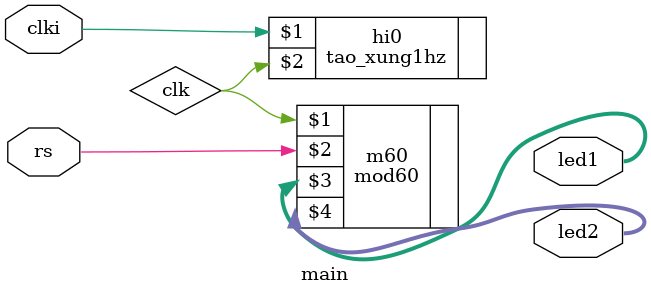
<source format=v>
`timescale 1ns / 1ps
module main(
 input clki,
 input rs,
 output [3:0] led1,
 output [3:0] led2 );
wire clk;
tao_xung1hz  hi0(clki,clk);
mod60 m60(clk,rs,led1,led2);
endmodule


</source>
